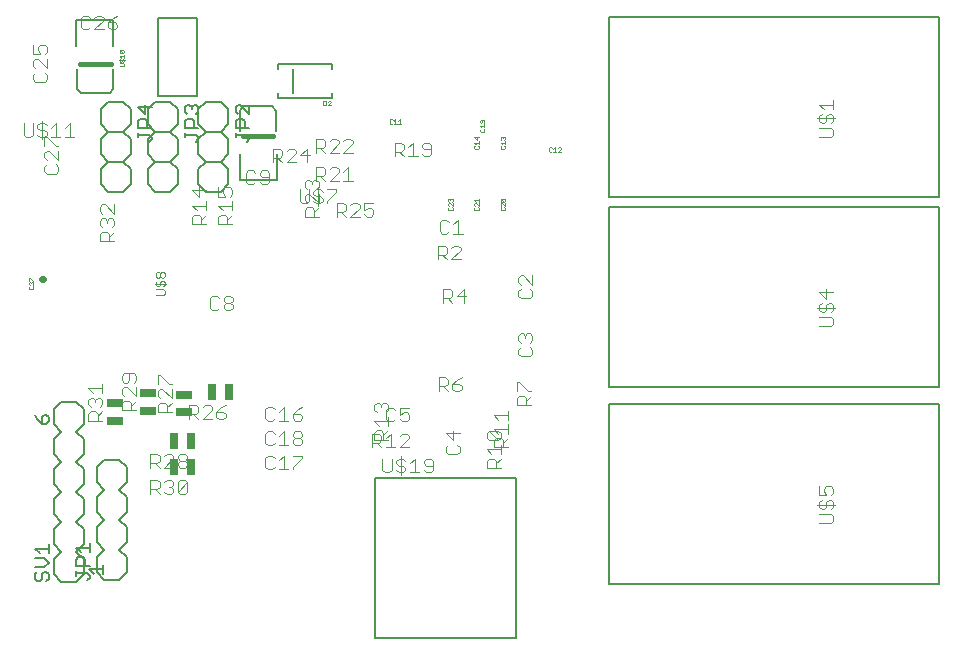
<source format=gto>
G75*
%MOIN*%
%OFA0B0*%
%FSLAX25Y25*%
%IPPOS*%
%LPD*%
%AMOC8*
5,1,8,0,0,1.08239X$1,22.5*
%
%ADD10C,0.00400*%
%ADD11C,0.00100*%
%ADD12C,0.00800*%
%ADD13C,0.01575*%
%ADD14C,0.00600*%
%ADD15C,0.00500*%
%ADD16R,0.02559X0.05512*%
%ADD17R,0.05512X0.02559*%
%ADD18C,0.00300*%
%ADD19C,0.02200*%
D10*
X0095801Y0049190D02*
X0095801Y0053794D01*
X0098103Y0053794D01*
X0098871Y0053026D01*
X0098871Y0051492D01*
X0098103Y0050724D01*
X0095801Y0050724D01*
X0097336Y0050724D02*
X0098871Y0049190D01*
X0100405Y0049957D02*
X0101173Y0049190D01*
X0102707Y0049190D01*
X0103475Y0049957D01*
X0103475Y0050724D01*
X0102707Y0051492D01*
X0101940Y0051492D01*
X0102707Y0051492D02*
X0103475Y0052259D01*
X0103475Y0053026D01*
X0102707Y0053794D01*
X0101173Y0053794D01*
X0100405Y0053026D01*
X0105009Y0053026D02*
X0105777Y0053794D01*
X0107311Y0053794D01*
X0108079Y0053026D01*
X0105009Y0049957D01*
X0105777Y0049190D01*
X0107311Y0049190D01*
X0108079Y0049957D01*
X0108079Y0053026D01*
X0105009Y0053026D02*
X0105009Y0049957D01*
X0105777Y0057940D02*
X0105009Y0058707D01*
X0105009Y0059474D01*
X0105777Y0060242D01*
X0107311Y0060242D01*
X0108079Y0059474D01*
X0108079Y0058707D01*
X0107311Y0057940D01*
X0105777Y0057940D01*
X0105777Y0060242D02*
X0105009Y0061009D01*
X0105009Y0061776D01*
X0105777Y0062544D01*
X0107311Y0062544D01*
X0108079Y0061776D01*
X0108079Y0061009D01*
X0107311Y0060242D01*
X0103475Y0061009D02*
X0100405Y0057940D01*
X0103475Y0057940D01*
X0103475Y0061009D02*
X0103475Y0061776D01*
X0102707Y0062544D01*
X0101173Y0062544D01*
X0100405Y0061776D01*
X0098871Y0061776D02*
X0098871Y0060242D01*
X0098103Y0059474D01*
X0095801Y0059474D01*
X0095801Y0057940D02*
X0095801Y0062544D01*
X0098103Y0062544D01*
X0098871Y0061776D01*
X0097336Y0059474D02*
X0098871Y0057940D01*
X0079713Y0073627D02*
X0075109Y0073627D01*
X0075109Y0075929D01*
X0075877Y0076696D01*
X0077411Y0076696D01*
X0078179Y0075929D01*
X0078179Y0073627D01*
X0078179Y0075162D02*
X0079713Y0076696D01*
X0078946Y0078231D02*
X0079713Y0078998D01*
X0079713Y0080533D01*
X0078946Y0081300D01*
X0078179Y0081300D01*
X0077411Y0080533D01*
X0077411Y0079766D01*
X0077411Y0080533D02*
X0076644Y0081300D01*
X0075877Y0081300D01*
X0075109Y0080533D01*
X0075109Y0078998D01*
X0075877Y0078231D01*
X0076644Y0082835D02*
X0075109Y0084370D01*
X0079713Y0084370D01*
X0079713Y0085904D02*
X0079713Y0082835D01*
X0086359Y0082436D02*
X0087127Y0081669D01*
X0086359Y0082436D02*
X0086359Y0083971D01*
X0087127Y0084738D01*
X0087894Y0084738D01*
X0090963Y0081669D01*
X0090963Y0084738D01*
X0090196Y0086273D02*
X0090963Y0087040D01*
X0090963Y0088574D01*
X0090196Y0089342D01*
X0087127Y0089342D01*
X0086359Y0088574D01*
X0086359Y0087040D01*
X0087127Y0086273D01*
X0087894Y0086273D01*
X0088661Y0087040D01*
X0088661Y0089342D01*
X0098234Y0088717D02*
X0098234Y0085648D01*
X0099002Y0084113D02*
X0098234Y0083346D01*
X0098234Y0081811D01*
X0099002Y0081044D01*
X0099002Y0079509D02*
X0100536Y0079509D01*
X0101304Y0078742D01*
X0101304Y0076440D01*
X0102838Y0076440D02*
X0098234Y0076440D01*
X0098234Y0078742D01*
X0099002Y0079509D01*
X0101304Y0077974D02*
X0102838Y0079509D01*
X0102838Y0081044D02*
X0099769Y0084113D01*
X0099002Y0084113D01*
X0102071Y0085648D02*
X0102838Y0085648D01*
X0102071Y0085648D02*
X0099002Y0088717D01*
X0098234Y0088717D01*
X0102838Y0084113D02*
X0102838Y0081044D01*
X0108614Y0078794D02*
X0110916Y0078794D01*
X0111683Y0078026D01*
X0111683Y0076492D01*
X0110916Y0075724D01*
X0108614Y0075724D01*
X0108614Y0074190D02*
X0108614Y0078794D01*
X0113218Y0078026D02*
X0113985Y0078794D01*
X0115520Y0078794D01*
X0116287Y0078026D01*
X0116287Y0077259D01*
X0113218Y0074190D01*
X0116287Y0074190D01*
X0117822Y0074957D02*
X0118589Y0074190D01*
X0120124Y0074190D01*
X0120891Y0074957D01*
X0120891Y0075724D01*
X0120124Y0076492D01*
X0117822Y0076492D01*
X0117822Y0074957D01*
X0117822Y0076492D02*
X0119356Y0078026D01*
X0120891Y0078794D01*
X0111683Y0074190D02*
X0110149Y0075724D01*
X0090963Y0077065D02*
X0086359Y0077065D01*
X0086359Y0079367D01*
X0087127Y0080134D01*
X0088661Y0080134D01*
X0089429Y0079367D01*
X0089429Y0077065D01*
X0089429Y0078599D02*
X0090963Y0080134D01*
X0134114Y0077401D02*
X0134114Y0074332D01*
X0134881Y0073565D01*
X0136416Y0073565D01*
X0137183Y0074332D01*
X0138718Y0073565D02*
X0141787Y0073565D01*
X0140252Y0073565D02*
X0140252Y0078169D01*
X0138718Y0076634D01*
X0137183Y0077401D02*
X0136416Y0078169D01*
X0134881Y0078169D01*
X0134114Y0077401D01*
X0134881Y0070044D02*
X0134114Y0069276D01*
X0134114Y0066207D01*
X0134881Y0065440D01*
X0136416Y0065440D01*
X0137183Y0066207D01*
X0138718Y0065440D02*
X0141787Y0065440D01*
X0140252Y0065440D02*
X0140252Y0070044D01*
X0138718Y0068509D01*
X0137183Y0069276D02*
X0136416Y0070044D01*
X0134881Y0070044D01*
X0143322Y0069276D02*
X0143322Y0068509D01*
X0144089Y0067742D01*
X0145624Y0067742D01*
X0146391Y0066974D01*
X0146391Y0066207D01*
X0145624Y0065440D01*
X0144089Y0065440D01*
X0143322Y0066207D01*
X0143322Y0066974D01*
X0144089Y0067742D01*
X0145624Y0067742D02*
X0146391Y0068509D01*
X0146391Y0069276D01*
X0145624Y0070044D01*
X0144089Y0070044D01*
X0143322Y0069276D01*
X0144089Y0073565D02*
X0145624Y0073565D01*
X0146391Y0074332D01*
X0146391Y0075099D01*
X0145624Y0075867D01*
X0143322Y0075867D01*
X0143322Y0074332D01*
X0144089Y0073565D01*
X0143322Y0075867D02*
X0144856Y0077401D01*
X0146391Y0078169D01*
X0170422Y0078763D02*
X0170422Y0077228D01*
X0171189Y0076461D01*
X0172724Y0077995D02*
X0172724Y0078763D01*
X0173491Y0079530D01*
X0174258Y0079530D01*
X0175026Y0078763D01*
X0175026Y0077228D01*
X0174258Y0076461D01*
X0174343Y0077151D02*
X0174343Y0074082D01*
X0175110Y0073315D01*
X0176645Y0073315D01*
X0177412Y0074082D01*
X0178947Y0074082D02*
X0179714Y0073315D01*
X0181249Y0073315D01*
X0182016Y0074082D01*
X0182016Y0075617D01*
X0181249Y0076384D01*
X0180481Y0076384D01*
X0178947Y0075617D01*
X0178947Y0077919D01*
X0182016Y0077919D01*
X0177412Y0077151D02*
X0176645Y0077919D01*
X0175110Y0077919D01*
X0174343Y0077151D01*
X0172724Y0078763D02*
X0171956Y0079530D01*
X0171189Y0079530D01*
X0170422Y0078763D01*
X0175026Y0074926D02*
X0175026Y0071857D01*
X0175026Y0073391D02*
X0170422Y0073391D01*
X0171956Y0071857D01*
X0171189Y0070322D02*
X0172724Y0070322D01*
X0173491Y0069555D01*
X0173491Y0067253D01*
X0172808Y0066992D02*
X0172808Y0068526D01*
X0172041Y0069294D01*
X0169739Y0069294D01*
X0169739Y0064690D01*
X0169739Y0066224D02*
X0172041Y0066224D01*
X0172808Y0066992D01*
X0174343Y0067759D02*
X0175877Y0069294D01*
X0175877Y0064690D01*
X0174343Y0064690D02*
X0177412Y0064690D01*
X0178947Y0064690D02*
X0182016Y0067759D01*
X0182016Y0068526D01*
X0181249Y0069294D01*
X0179714Y0069294D01*
X0178947Y0068526D01*
X0175026Y0067253D02*
X0170422Y0067253D01*
X0170422Y0069555D01*
X0171189Y0070322D01*
X0173491Y0068788D02*
X0175026Y0070322D01*
X0171274Y0066224D02*
X0172808Y0064690D01*
X0173134Y0060936D02*
X0173134Y0057099D01*
X0173901Y0056332D01*
X0175436Y0056332D01*
X0176203Y0057099D01*
X0176203Y0060936D01*
X0177738Y0060168D02*
X0178505Y0060936D01*
X0180040Y0060936D01*
X0180807Y0060168D01*
X0180040Y0058634D02*
X0178505Y0058634D01*
X0177738Y0059401D01*
X0177738Y0060168D01*
X0179272Y0061703D02*
X0179272Y0055565D01*
X0178505Y0056332D02*
X0180040Y0056332D01*
X0180807Y0057099D01*
X0180807Y0057867D01*
X0180040Y0058634D01*
X0182342Y0059401D02*
X0183876Y0060936D01*
X0183876Y0056332D01*
X0182342Y0056332D02*
X0185411Y0056332D01*
X0186946Y0057099D02*
X0187713Y0056332D01*
X0189248Y0056332D01*
X0190015Y0057099D01*
X0190015Y0060168D01*
X0189248Y0060936D01*
X0187713Y0060936D01*
X0186946Y0060168D01*
X0186946Y0059401D01*
X0187713Y0058634D01*
X0190015Y0058634D01*
X0194297Y0063249D02*
X0195064Y0062482D01*
X0198133Y0062482D01*
X0198901Y0063249D01*
X0198901Y0064784D01*
X0198133Y0065551D01*
X0196599Y0067086D02*
X0196599Y0070155D01*
X0198901Y0069388D02*
X0194297Y0069388D01*
X0196599Y0067086D01*
X0195064Y0065551D02*
X0194297Y0064784D01*
X0194297Y0063249D01*
X0182016Y0064690D02*
X0178947Y0064690D01*
X0177738Y0057099D02*
X0178505Y0056332D01*
X0207922Y0057878D02*
X0207922Y0060180D01*
X0208689Y0060947D01*
X0210224Y0060947D01*
X0210991Y0060180D01*
X0210991Y0057878D01*
X0210991Y0059412D02*
X0212526Y0060947D01*
X0212526Y0062482D02*
X0212526Y0065551D01*
X0213366Y0066224D02*
X0214901Y0067759D01*
X0214901Y0069294D02*
X0214901Y0072363D01*
X0214901Y0073898D02*
X0214901Y0076967D01*
X0214901Y0075432D02*
X0210297Y0075432D01*
X0211831Y0073898D01*
X0210297Y0070828D02*
X0214901Y0070828D01*
X0212526Y0069388D02*
X0212526Y0067853D01*
X0211758Y0067086D01*
X0208689Y0070155D01*
X0211758Y0070155D01*
X0212526Y0069388D01*
X0211831Y0069294D02*
X0210297Y0070828D01*
X0208689Y0070155D02*
X0207922Y0069388D01*
X0207922Y0067853D01*
X0208689Y0067086D01*
X0211758Y0067086D01*
X0211064Y0067759D02*
X0210297Y0066992D01*
X0210297Y0064690D01*
X0214901Y0064690D01*
X0213366Y0064690D02*
X0213366Y0066992D01*
X0212599Y0067759D01*
X0211064Y0067759D01*
X0212526Y0064016D02*
X0207922Y0064016D01*
X0209456Y0062482D01*
X0207922Y0057878D02*
X0212526Y0057878D01*
X0217922Y0078732D02*
X0217922Y0081034D01*
X0218689Y0081801D01*
X0220224Y0081801D01*
X0220991Y0081034D01*
X0220991Y0078732D01*
X0220991Y0080266D02*
X0222526Y0081801D01*
X0222526Y0083336D02*
X0221758Y0083336D01*
X0218689Y0086405D01*
X0217922Y0086405D01*
X0217922Y0083336D01*
X0217922Y0078732D02*
X0222526Y0078732D01*
X0199516Y0084207D02*
X0199516Y0084974D01*
X0198749Y0085742D01*
X0196447Y0085742D01*
X0196447Y0084207D01*
X0197214Y0083440D01*
X0198749Y0083440D01*
X0199516Y0084207D01*
X0197981Y0087276D02*
X0196447Y0085742D01*
X0194912Y0085742D02*
X0194145Y0084974D01*
X0191843Y0084974D01*
X0191843Y0083440D02*
X0191843Y0088044D01*
X0194145Y0088044D01*
X0194912Y0087276D01*
X0194912Y0085742D01*
X0193377Y0084974D02*
X0194912Y0083440D01*
X0197981Y0087276D02*
X0199516Y0088044D01*
X0218422Y0095749D02*
X0219189Y0094982D01*
X0222258Y0094982D01*
X0223026Y0095749D01*
X0223026Y0097284D01*
X0222258Y0098051D01*
X0222258Y0099586D02*
X0223026Y0100353D01*
X0223026Y0101888D01*
X0222258Y0102655D01*
X0221491Y0102655D01*
X0220724Y0101888D01*
X0220724Y0101120D01*
X0220724Y0101888D02*
X0219956Y0102655D01*
X0219189Y0102655D01*
X0218422Y0101888D01*
X0218422Y0100353D01*
X0219189Y0099586D01*
X0219189Y0098051D02*
X0218422Y0097284D01*
X0218422Y0095749D01*
X0200332Y0112940D02*
X0200332Y0117544D01*
X0198030Y0115242D01*
X0201099Y0115242D01*
X0196495Y0115242D02*
X0196495Y0116776D01*
X0195728Y0117544D01*
X0193426Y0117544D01*
X0193426Y0112940D01*
X0193426Y0114474D02*
X0195728Y0114474D01*
X0196495Y0115242D01*
X0194960Y0114474D02*
X0196495Y0112940D01*
X0218422Y0115124D02*
X0219189Y0114357D01*
X0222258Y0114357D01*
X0223026Y0115124D01*
X0223026Y0116659D01*
X0222258Y0117426D01*
X0223026Y0118961D02*
X0219956Y0122030D01*
X0219189Y0122030D01*
X0218422Y0121263D01*
X0218422Y0119728D01*
X0219189Y0118961D01*
X0219189Y0117426D02*
X0218422Y0116659D01*
X0218422Y0115124D01*
X0223026Y0118961D02*
X0223026Y0122030D01*
X0199224Y0127315D02*
X0196155Y0127315D01*
X0199224Y0130384D01*
X0199224Y0131151D01*
X0198457Y0131919D01*
X0196922Y0131919D01*
X0196155Y0131151D01*
X0194620Y0131151D02*
X0194620Y0129617D01*
X0193853Y0128849D01*
X0191551Y0128849D01*
X0193085Y0128849D02*
X0194620Y0127315D01*
X0191551Y0127315D02*
X0191551Y0131919D01*
X0193853Y0131919D01*
X0194620Y0131151D01*
X0194478Y0135940D02*
X0195245Y0136707D01*
X0194478Y0135940D02*
X0192943Y0135940D01*
X0192176Y0136707D01*
X0192176Y0139776D01*
X0192943Y0140544D01*
X0194478Y0140544D01*
X0195245Y0139776D01*
X0196780Y0139009D02*
X0198314Y0140544D01*
X0198314Y0135940D01*
X0196780Y0135940D02*
X0199849Y0135940D01*
X0170141Y0142332D02*
X0169374Y0141565D01*
X0167839Y0141565D01*
X0167072Y0142332D01*
X0167072Y0143867D02*
X0168606Y0144634D01*
X0169374Y0144634D01*
X0170141Y0143867D01*
X0170141Y0142332D01*
X0167072Y0143867D02*
X0167072Y0146169D01*
X0170141Y0146169D01*
X0165537Y0145401D02*
X0164770Y0146169D01*
X0163235Y0146169D01*
X0162468Y0145401D01*
X0160933Y0145401D02*
X0160933Y0143867D01*
X0160166Y0143099D01*
X0157864Y0143099D01*
X0157864Y0141565D02*
X0157864Y0146169D01*
X0160166Y0146169D01*
X0160933Y0145401D01*
X0159399Y0143099D02*
X0160933Y0141565D01*
X0162468Y0141565D02*
X0165537Y0144634D01*
X0165537Y0145401D01*
X0165537Y0141565D02*
X0162468Y0141565D01*
X0154716Y0146039D02*
X0154716Y0146806D01*
X0157785Y0149876D01*
X0157785Y0150643D01*
X0154716Y0150643D01*
X0153182Y0149876D02*
X0152414Y0150643D01*
X0150880Y0150643D01*
X0150112Y0149876D01*
X0150112Y0149108D01*
X0150880Y0148341D01*
X0152414Y0148341D01*
X0153182Y0147574D01*
X0153182Y0146806D01*
X0152414Y0146039D01*
X0150880Y0146039D01*
X0150112Y0146806D01*
X0148578Y0146806D02*
X0148578Y0150643D01*
X0148064Y0150836D02*
X0147297Y0151603D01*
X0147297Y0153138D01*
X0148064Y0153905D01*
X0148831Y0153905D01*
X0149599Y0153138D01*
X0150366Y0153905D01*
X0151133Y0153905D01*
X0151901Y0153138D01*
X0151901Y0151603D01*
X0151133Y0150836D01*
X0151647Y0151410D02*
X0151647Y0145272D01*
X0151901Y0144697D02*
X0150366Y0143163D01*
X0150366Y0143930D02*
X0150366Y0141628D01*
X0151901Y0141628D02*
X0147297Y0141628D01*
X0147297Y0143930D01*
X0148064Y0144697D01*
X0149599Y0144697D01*
X0150366Y0143930D01*
X0147810Y0146039D02*
X0148578Y0146806D01*
X0148064Y0146232D02*
X0147297Y0146999D01*
X0147297Y0148534D01*
X0148064Y0149301D01*
X0148831Y0149301D01*
X0151901Y0146232D01*
X0151901Y0149301D01*
X0149599Y0152370D02*
X0149599Y0153138D01*
X0150926Y0153565D02*
X0150926Y0158169D01*
X0153228Y0158169D01*
X0153995Y0157401D01*
X0153995Y0155867D01*
X0153228Y0155099D01*
X0150926Y0155099D01*
X0152460Y0155099D02*
X0153995Y0153565D01*
X0155530Y0153565D02*
X0158599Y0156634D01*
X0158599Y0157401D01*
X0157832Y0158169D01*
X0156297Y0158169D01*
X0155530Y0157401D01*
X0160134Y0156634D02*
X0161668Y0158169D01*
X0161668Y0153565D01*
X0160134Y0153565D02*
X0163203Y0153565D01*
X0158599Y0153565D02*
X0155530Y0153565D01*
X0148124Y0159690D02*
X0148124Y0164294D01*
X0145822Y0161992D01*
X0148891Y0161992D01*
X0150926Y0162940D02*
X0150926Y0167544D01*
X0153228Y0167544D01*
X0153995Y0166776D01*
X0153995Y0165242D01*
X0153228Y0164474D01*
X0150926Y0164474D01*
X0152460Y0164474D02*
X0153995Y0162940D01*
X0155530Y0162940D02*
X0158599Y0166009D01*
X0158599Y0166776D01*
X0157832Y0167544D01*
X0156297Y0167544D01*
X0155530Y0166776D01*
X0160134Y0166776D02*
X0160901Y0167544D01*
X0162435Y0167544D01*
X0163203Y0166776D01*
X0163203Y0166009D01*
X0160134Y0162940D01*
X0163203Y0162940D01*
X0158599Y0162940D02*
X0155530Y0162940D01*
X0144287Y0162759D02*
X0144287Y0163526D01*
X0143520Y0164294D01*
X0141985Y0164294D01*
X0141218Y0163526D01*
X0139683Y0163526D02*
X0139683Y0161992D01*
X0138916Y0161224D01*
X0136614Y0161224D01*
X0136614Y0159690D02*
X0136614Y0164294D01*
X0138916Y0164294D01*
X0139683Y0163526D01*
X0138149Y0161224D02*
X0139683Y0159690D01*
X0141218Y0159690D02*
X0144287Y0162759D01*
X0144287Y0159690D02*
X0141218Y0159690D01*
X0135391Y0156214D02*
X0134624Y0156982D01*
X0133089Y0156982D01*
X0132322Y0156214D01*
X0132322Y0155447D01*
X0133089Y0154680D01*
X0135391Y0154680D01*
X0135391Y0156214D02*
X0135391Y0153145D01*
X0134624Y0152378D01*
X0133089Y0152378D01*
X0132322Y0153145D01*
X0130787Y0153145D02*
X0130020Y0152378D01*
X0128485Y0152378D01*
X0127718Y0153145D01*
X0127718Y0156214D01*
X0128485Y0156982D01*
X0130020Y0156982D01*
X0130787Y0156214D01*
X0123026Y0150574D02*
X0123026Y0149040D01*
X0122258Y0148273D01*
X0120724Y0148273D02*
X0119956Y0149807D01*
X0119956Y0150574D01*
X0120724Y0151342D01*
X0122258Y0151342D01*
X0123026Y0150574D01*
X0120724Y0148273D02*
X0118422Y0148273D01*
X0118422Y0151342D01*
X0114276Y0150574D02*
X0109672Y0150574D01*
X0111974Y0148273D01*
X0111974Y0151342D01*
X0114276Y0146738D02*
X0114276Y0143669D01*
X0114276Y0145203D02*
X0109672Y0145203D01*
X0111206Y0143669D01*
X0110439Y0142134D02*
X0111974Y0142134D01*
X0112741Y0141367D01*
X0112741Y0139065D01*
X0112741Y0140599D02*
X0114276Y0142134D01*
X0110439Y0142134D02*
X0109672Y0141367D01*
X0109672Y0139065D01*
X0114276Y0139065D01*
X0118422Y0139065D02*
X0118422Y0141367D01*
X0119189Y0142134D01*
X0120724Y0142134D01*
X0121491Y0141367D01*
X0121491Y0139065D01*
X0121491Y0140599D02*
X0123026Y0142134D01*
X0123026Y0143669D02*
X0123026Y0146738D01*
X0123026Y0145203D02*
X0118422Y0145203D01*
X0119956Y0143669D01*
X0118422Y0139065D02*
X0123026Y0139065D01*
X0145508Y0146806D02*
X0145508Y0150643D01*
X0145508Y0146806D02*
X0146276Y0146039D01*
X0147810Y0146039D01*
X0177176Y0161690D02*
X0177176Y0166294D01*
X0179478Y0166294D01*
X0180245Y0165526D01*
X0180245Y0163992D01*
X0179478Y0163224D01*
X0177176Y0163224D01*
X0178710Y0163224D02*
X0180245Y0161690D01*
X0181780Y0161690D02*
X0184849Y0161690D01*
X0183314Y0161690D02*
X0183314Y0166294D01*
X0181780Y0164759D01*
X0186384Y0164759D02*
X0186384Y0165526D01*
X0187151Y0166294D01*
X0188685Y0166294D01*
X0189453Y0165526D01*
X0189453Y0162457D01*
X0188685Y0161690D01*
X0187151Y0161690D01*
X0186384Y0162457D01*
X0187151Y0163992D02*
X0189453Y0163992D01*
X0187151Y0163992D02*
X0186384Y0164759D01*
X0123266Y0114339D02*
X0122499Y0115106D01*
X0120964Y0115106D01*
X0120197Y0114339D01*
X0120197Y0113571D01*
X0120964Y0112804D01*
X0122499Y0112804D01*
X0123266Y0112037D01*
X0123266Y0111269D01*
X0122499Y0110502D01*
X0120964Y0110502D01*
X0120197Y0111269D01*
X0120197Y0112037D01*
X0120964Y0112804D01*
X0122499Y0112804D02*
X0123266Y0113571D01*
X0123266Y0114339D01*
X0118662Y0114339D02*
X0117895Y0115106D01*
X0116360Y0115106D01*
X0115593Y0114339D01*
X0115593Y0111269D01*
X0116360Y0110502D01*
X0117895Y0110502D01*
X0118662Y0111269D01*
X0083651Y0133378D02*
X0079047Y0133378D01*
X0079047Y0135680D01*
X0079814Y0136447D01*
X0081349Y0136447D01*
X0082116Y0135680D01*
X0082116Y0133378D01*
X0082116Y0134913D02*
X0083651Y0136447D01*
X0082883Y0137982D02*
X0083651Y0138749D01*
X0083651Y0140284D01*
X0082883Y0141051D01*
X0082116Y0141051D01*
X0081349Y0140284D01*
X0081349Y0139516D01*
X0081349Y0140284D02*
X0080581Y0141051D01*
X0079814Y0141051D01*
X0079047Y0140284D01*
X0079047Y0138749D01*
X0079814Y0137982D01*
X0079814Y0142586D02*
X0079047Y0143353D01*
X0079047Y0144888D01*
X0079814Y0145655D01*
X0080581Y0145655D01*
X0083651Y0142586D01*
X0083651Y0145655D01*
X0065026Y0156707D02*
X0064258Y0155940D01*
X0061189Y0155940D01*
X0060422Y0156707D01*
X0060422Y0158242D01*
X0061189Y0159009D01*
X0061189Y0160544D02*
X0060422Y0161311D01*
X0060422Y0162846D01*
X0061189Y0163613D01*
X0061956Y0163613D01*
X0065026Y0160544D01*
X0065026Y0163613D01*
X0065026Y0165148D02*
X0064258Y0165148D01*
X0061189Y0168217D01*
X0060422Y0168217D01*
X0060422Y0165148D01*
X0059648Y0167422D02*
X0059648Y0173561D01*
X0058881Y0172794D02*
X0060416Y0172794D01*
X0061183Y0172026D01*
X0060416Y0170492D02*
X0058881Y0170492D01*
X0058114Y0171259D01*
X0058114Y0172026D01*
X0058881Y0172794D01*
X0056579Y0172794D02*
X0056579Y0168957D01*
X0055812Y0168190D01*
X0054277Y0168190D01*
X0053510Y0168957D01*
X0053510Y0172794D01*
X0058114Y0168957D02*
X0058881Y0168190D01*
X0060416Y0168190D01*
X0061183Y0168957D01*
X0061183Y0169724D01*
X0060416Y0170492D01*
X0062718Y0171259D02*
X0064252Y0172794D01*
X0064252Y0168190D01*
X0062718Y0168190D02*
X0065787Y0168190D01*
X0067322Y0168190D02*
X0070391Y0168190D01*
X0068856Y0168190D02*
X0068856Y0172794D01*
X0067322Y0171259D01*
X0064258Y0159009D02*
X0065026Y0158242D01*
X0065026Y0156707D01*
X0060508Y0186565D02*
X0057439Y0186565D01*
X0056672Y0187332D01*
X0056672Y0188867D01*
X0057439Y0189634D01*
X0057439Y0191169D02*
X0056672Y0191936D01*
X0056672Y0193471D01*
X0057439Y0194238D01*
X0058206Y0194238D01*
X0061276Y0191169D01*
X0061276Y0194238D01*
X0060508Y0195773D02*
X0061276Y0196540D01*
X0061276Y0198074D01*
X0060508Y0198842D01*
X0058974Y0198842D01*
X0058206Y0198074D01*
X0058206Y0197307D01*
X0058974Y0195773D01*
X0056672Y0195773D01*
X0056672Y0198842D01*
X0060508Y0189634D02*
X0061276Y0188867D01*
X0061276Y0187332D01*
X0060508Y0186565D01*
X0073318Y0204002D02*
X0072551Y0204769D01*
X0072551Y0207838D01*
X0073318Y0208606D01*
X0074853Y0208606D01*
X0075620Y0207838D01*
X0077155Y0207838D02*
X0077922Y0208606D01*
X0079457Y0208606D01*
X0080224Y0207838D01*
X0080224Y0207071D01*
X0077155Y0204002D01*
X0080224Y0204002D01*
X0081759Y0204769D02*
X0081759Y0206304D01*
X0084060Y0206304D01*
X0084828Y0205536D01*
X0084828Y0204769D01*
X0084060Y0204002D01*
X0082526Y0204002D01*
X0081759Y0204769D01*
X0081759Y0206304D02*
X0083293Y0207838D01*
X0084828Y0208606D01*
X0075620Y0204769D02*
X0074853Y0204002D01*
X0073318Y0204002D01*
X0318029Y0174328D02*
X0324168Y0174328D01*
X0323401Y0173561D02*
X0323401Y0175096D01*
X0322633Y0175863D01*
X0321866Y0175863D01*
X0321099Y0175096D01*
X0321099Y0173561D01*
X0320331Y0172794D01*
X0319564Y0172794D01*
X0318797Y0173561D01*
X0318797Y0175096D01*
X0319564Y0175863D01*
X0320331Y0177398D02*
X0318797Y0178932D01*
X0323401Y0178932D01*
X0323401Y0177398D02*
X0323401Y0180467D01*
X0323401Y0173561D02*
X0322633Y0172794D01*
X0322633Y0171259D02*
X0318797Y0171259D01*
X0318797Y0168190D02*
X0322633Y0168190D01*
X0323401Y0168957D01*
X0323401Y0170492D01*
X0322633Y0171259D01*
X0321099Y0117342D02*
X0321099Y0114273D01*
X0318797Y0116574D01*
X0323401Y0116574D01*
X0322633Y0112738D02*
X0321866Y0112738D01*
X0321099Y0111971D01*
X0321099Y0110436D01*
X0320331Y0109669D01*
X0319564Y0109669D01*
X0318797Y0110436D01*
X0318797Y0111971D01*
X0319564Y0112738D01*
X0318029Y0111203D02*
X0324168Y0111203D01*
X0323401Y0110436D02*
X0322633Y0109669D01*
X0323401Y0110436D02*
X0323401Y0111971D01*
X0322633Y0112738D01*
X0322633Y0108134D02*
X0318797Y0108134D01*
X0322633Y0108134D02*
X0323401Y0107367D01*
X0323401Y0105832D01*
X0322633Y0105065D01*
X0318797Y0105065D01*
X0318797Y0051717D02*
X0318797Y0048648D01*
X0321099Y0048648D01*
X0320331Y0050182D01*
X0320331Y0050949D01*
X0321099Y0051717D01*
X0322633Y0051717D01*
X0323401Y0050949D01*
X0323401Y0049415D01*
X0322633Y0048648D01*
X0322633Y0047113D02*
X0321866Y0047113D01*
X0321099Y0046346D01*
X0321099Y0044811D01*
X0320331Y0044044D01*
X0319564Y0044044D01*
X0318797Y0044811D01*
X0318797Y0046346D01*
X0319564Y0047113D01*
X0318029Y0045578D02*
X0324168Y0045578D01*
X0323401Y0044811D02*
X0322633Y0044044D01*
X0323401Y0044811D02*
X0323401Y0046346D01*
X0322633Y0047113D01*
X0322633Y0042509D02*
X0318797Y0042509D01*
X0322633Y0042509D02*
X0323401Y0041742D01*
X0323401Y0040207D01*
X0322633Y0039440D01*
X0318797Y0039440D01*
X0146391Y0061151D02*
X0143322Y0058082D01*
X0143322Y0057315D01*
X0141787Y0057315D02*
X0138718Y0057315D01*
X0140252Y0057315D02*
X0140252Y0061919D01*
X0138718Y0060384D01*
X0137183Y0061151D02*
X0136416Y0061919D01*
X0134881Y0061919D01*
X0134114Y0061151D01*
X0134114Y0058082D01*
X0134881Y0057315D01*
X0136416Y0057315D01*
X0137183Y0058082D01*
X0143322Y0061919D02*
X0146391Y0061919D01*
X0146391Y0061151D01*
D11*
X0056801Y0117602D02*
X0056801Y0118103D01*
X0056550Y0118353D01*
X0056550Y0118825D02*
X0056801Y0119076D01*
X0056801Y0119576D01*
X0056550Y0119826D01*
X0056300Y0119826D01*
X0056050Y0119576D01*
X0056050Y0119326D01*
X0056050Y0119576D02*
X0055800Y0119826D01*
X0055550Y0119826D01*
X0055299Y0119576D01*
X0055299Y0119076D01*
X0055550Y0118825D01*
X0055550Y0118353D02*
X0055299Y0118103D01*
X0055299Y0117602D01*
X0055550Y0117352D01*
X0056550Y0117352D01*
X0056801Y0117602D01*
X0056801Y0120299D02*
X0056550Y0120299D01*
X0055550Y0121300D01*
X0055299Y0121300D01*
X0055299Y0120299D01*
X0153454Y0178690D02*
X0154205Y0178690D01*
X0154455Y0178940D01*
X0154455Y0179941D01*
X0154205Y0180191D01*
X0153454Y0180191D01*
X0153454Y0178690D01*
X0154927Y0178690D02*
X0155928Y0179691D01*
X0155928Y0179941D01*
X0155678Y0180191D01*
X0155178Y0180191D01*
X0154927Y0179941D01*
X0154927Y0178690D02*
X0155928Y0178690D01*
X0175526Y0173791D02*
X0175526Y0172790D01*
X0175776Y0172540D01*
X0176276Y0172540D01*
X0176527Y0172790D01*
X0176999Y0172540D02*
X0178000Y0172540D01*
X0178472Y0172540D02*
X0179473Y0172540D01*
X0178973Y0172540D02*
X0178973Y0174041D01*
X0178472Y0173541D01*
X0177499Y0174041D02*
X0177499Y0172540D01*
X0176999Y0173541D02*
X0177499Y0174041D01*
X0176527Y0173791D02*
X0176276Y0174041D01*
X0175776Y0174041D01*
X0175526Y0173791D01*
X0203799Y0167987D02*
X0204550Y0167236D01*
X0204550Y0168237D01*
X0205301Y0167987D02*
X0203799Y0167987D01*
X0203799Y0166263D02*
X0205301Y0166263D01*
X0205301Y0165763D02*
X0205301Y0166764D01*
X0204300Y0165763D02*
X0203799Y0166263D01*
X0204050Y0165291D02*
X0203799Y0165040D01*
X0203799Y0164540D01*
X0204050Y0164290D01*
X0205050Y0164290D01*
X0205301Y0164540D01*
X0205301Y0165040D01*
X0205050Y0165291D01*
X0205900Y0169870D02*
X0206900Y0169870D01*
X0207151Y0170120D01*
X0207151Y0170621D01*
X0206900Y0170871D01*
X0207151Y0171343D02*
X0207151Y0172344D01*
X0207151Y0171844D02*
X0205649Y0171844D01*
X0206150Y0171343D01*
X0205900Y0170871D02*
X0205649Y0170621D01*
X0205649Y0170120D01*
X0205900Y0169870D01*
X0205900Y0172816D02*
X0206150Y0172816D01*
X0206400Y0173067D01*
X0206400Y0173817D01*
X0205900Y0173817D02*
X0205649Y0173567D01*
X0205649Y0173067D01*
X0205900Y0172816D01*
X0206900Y0172816D02*
X0207151Y0173067D01*
X0207151Y0173567D01*
X0206900Y0173817D01*
X0205900Y0173817D01*
X0212549Y0167987D02*
X0212800Y0168237D01*
X0213050Y0168237D01*
X0213300Y0167987D01*
X0213550Y0168237D01*
X0213800Y0168237D01*
X0214051Y0167987D01*
X0214051Y0167486D01*
X0213800Y0167236D01*
X0214051Y0166764D02*
X0214051Y0165763D01*
X0214051Y0166263D02*
X0212549Y0166263D01*
X0213050Y0165763D01*
X0212800Y0165291D02*
X0212549Y0165040D01*
X0212549Y0164540D01*
X0212800Y0164290D01*
X0213800Y0164290D01*
X0214051Y0164540D01*
X0214051Y0165040D01*
X0213800Y0165291D01*
X0212800Y0167236D02*
X0212549Y0167486D01*
X0212549Y0167987D01*
X0213300Y0167987D02*
X0213300Y0167737D01*
X0228651Y0164416D02*
X0228651Y0163415D01*
X0228901Y0163165D01*
X0229401Y0163165D01*
X0229652Y0163415D01*
X0230124Y0163165D02*
X0231125Y0163165D01*
X0231597Y0163165D02*
X0232598Y0164166D01*
X0232598Y0164416D01*
X0232348Y0164666D01*
X0231847Y0164666D01*
X0231597Y0164416D01*
X0230624Y0164666D02*
X0230624Y0163165D01*
X0231597Y0163165D02*
X0232598Y0163165D01*
X0230624Y0164666D02*
X0230124Y0164166D01*
X0229652Y0164416D02*
X0229401Y0164666D01*
X0228901Y0164666D01*
X0228651Y0164416D01*
X0213800Y0147612D02*
X0214051Y0147362D01*
X0214051Y0146861D01*
X0213800Y0146611D01*
X0212800Y0147612D01*
X0213800Y0147612D01*
X0212800Y0147612D02*
X0212549Y0147362D01*
X0212549Y0146861D01*
X0212800Y0146611D01*
X0213800Y0146611D01*
X0214051Y0146139D02*
X0214051Y0145138D01*
X0213050Y0146139D01*
X0212800Y0146139D01*
X0212549Y0145889D01*
X0212549Y0145388D01*
X0212800Y0145138D01*
X0212800Y0144666D02*
X0212549Y0144415D01*
X0212549Y0143915D01*
X0212800Y0143665D01*
X0213800Y0143665D01*
X0214051Y0143915D01*
X0214051Y0144415D01*
X0213800Y0144666D01*
X0205301Y0144415D02*
X0205301Y0143915D01*
X0205050Y0143665D01*
X0204050Y0143665D01*
X0203799Y0143915D01*
X0203799Y0144415D01*
X0204050Y0144666D01*
X0204050Y0145138D02*
X0203799Y0145388D01*
X0203799Y0145889D01*
X0204050Y0146139D01*
X0204300Y0146139D01*
X0205301Y0145138D01*
X0205301Y0146139D01*
X0205301Y0146611D02*
X0205301Y0147612D01*
X0205301Y0147112D02*
X0203799Y0147112D01*
X0204300Y0146611D01*
X0205050Y0144666D02*
X0205301Y0144415D01*
X0196551Y0144415D02*
X0196551Y0143915D01*
X0196300Y0143665D01*
X0195300Y0143665D01*
X0195049Y0143915D01*
X0195049Y0144415D01*
X0195300Y0144666D01*
X0195300Y0145138D02*
X0195049Y0145388D01*
X0195049Y0145889D01*
X0195300Y0146139D01*
X0195550Y0146139D01*
X0196551Y0145138D01*
X0196551Y0146139D01*
X0196300Y0146611D02*
X0196551Y0146861D01*
X0196551Y0147362D01*
X0196300Y0147612D01*
X0196050Y0147612D01*
X0195800Y0147362D01*
X0195800Y0147112D01*
X0195800Y0147362D02*
X0195550Y0147612D01*
X0195300Y0147612D01*
X0195049Y0147362D01*
X0195049Y0146861D01*
X0195300Y0146611D01*
X0196300Y0144666D02*
X0196551Y0144415D01*
X0087051Y0191915D02*
X0087051Y0192415D01*
X0086800Y0192666D01*
X0085549Y0192666D01*
X0085800Y0193138D02*
X0085549Y0193388D01*
X0085549Y0193889D01*
X0085800Y0194139D01*
X0086050Y0194611D02*
X0085549Y0195112D01*
X0087051Y0195112D01*
X0087051Y0195612D02*
X0087051Y0194611D01*
X0086800Y0194139D02*
X0086550Y0194139D01*
X0086300Y0193889D01*
X0086300Y0193388D01*
X0086050Y0193138D01*
X0085800Y0193138D01*
X0085299Y0193638D02*
X0087301Y0193638D01*
X0087051Y0193388D02*
X0087051Y0193889D01*
X0086800Y0194139D01*
X0087051Y0193388D02*
X0086800Y0193138D01*
X0087051Y0191915D02*
X0086800Y0191665D01*
X0085549Y0191665D01*
X0085800Y0196084D02*
X0085549Y0196335D01*
X0085549Y0196835D01*
X0085800Y0197085D01*
X0086800Y0196084D01*
X0087051Y0196335D01*
X0087051Y0196835D01*
X0086800Y0197085D01*
X0085800Y0197085D01*
X0085800Y0196084D02*
X0086800Y0196084D01*
D12*
X0083453Y0198408D02*
X0083453Y0207069D01*
X0071051Y0207069D01*
X0071051Y0198408D01*
X0071248Y0190928D02*
X0071248Y0184235D01*
X0072626Y0182660D01*
X0082272Y0182660D01*
X0083453Y0184235D01*
X0083453Y0190928D01*
X0098351Y0181965D02*
X0098351Y0207765D01*
X0111351Y0207765D01*
X0111351Y0181965D01*
X0098351Y0181965D01*
X0125623Y0176745D02*
X0125623Y0170052D01*
X0125623Y0176745D02*
X0126804Y0178319D01*
X0136450Y0178319D01*
X0137828Y0176745D01*
X0137828Y0170052D01*
X0138025Y0162571D02*
X0138025Y0153910D01*
X0125623Y0153910D01*
X0125623Y0162571D01*
X0138296Y0181031D02*
X0138296Y0182803D01*
X0138296Y0181031D02*
X0156406Y0181031D01*
X0156406Y0182803D01*
X0143414Y0182803D02*
X0143414Y0190677D01*
X0138296Y0190677D02*
X0138296Y0192448D01*
X0156406Y0192448D01*
X0156406Y0190677D01*
X0085476Y0060490D02*
X0080476Y0060490D01*
X0077976Y0057990D01*
X0077976Y0052990D01*
X0080476Y0050490D01*
X0077976Y0047990D01*
X0077976Y0042990D01*
X0080476Y0040490D01*
X0077976Y0037990D01*
X0077976Y0032990D01*
X0080476Y0030490D01*
X0077976Y0027990D01*
X0077976Y0022990D01*
X0080476Y0020490D01*
X0085476Y0020490D01*
X0087976Y0022990D01*
X0087976Y0027990D01*
X0085476Y0030490D01*
X0087976Y0032990D01*
X0087976Y0037990D01*
X0085476Y0040490D01*
X0087976Y0042990D01*
X0087976Y0047990D01*
X0085476Y0050490D01*
X0087976Y0052990D01*
X0087976Y0057990D01*
X0085476Y0060490D01*
D13*
X0126564Y0168512D02*
X0136789Y0168512D01*
X0082512Y0192467D02*
X0072288Y0192467D01*
D14*
X0081726Y0179865D02*
X0079226Y0177365D01*
X0079226Y0172365D01*
X0081726Y0169865D01*
X0079226Y0167365D01*
X0079226Y0162365D01*
X0081726Y0159865D01*
X0079226Y0157365D01*
X0079226Y0152365D01*
X0081726Y0149865D01*
X0086726Y0149865D01*
X0089226Y0152365D01*
X0089226Y0157365D01*
X0086726Y0159865D01*
X0081726Y0159865D01*
X0086726Y0159865D02*
X0089226Y0162365D01*
X0089226Y0167365D01*
X0086726Y0169865D01*
X0081726Y0169865D01*
X0086726Y0169865D02*
X0089226Y0172365D01*
X0089226Y0177365D01*
X0086726Y0179865D01*
X0081726Y0179865D01*
X0094851Y0177365D02*
X0094851Y0172365D01*
X0097351Y0169865D01*
X0094851Y0167365D01*
X0094851Y0162365D01*
X0097351Y0159865D01*
X0094851Y0157365D01*
X0094851Y0152365D01*
X0097351Y0149865D01*
X0102351Y0149865D01*
X0104851Y0152365D01*
X0104851Y0157365D01*
X0102351Y0159865D01*
X0097351Y0159865D01*
X0102351Y0159865D02*
X0104851Y0162365D01*
X0104851Y0167365D01*
X0102351Y0169865D01*
X0097351Y0169865D01*
X0102351Y0169865D02*
X0104851Y0172365D01*
X0104851Y0177365D01*
X0102351Y0179865D01*
X0097351Y0179865D01*
X0094851Y0177365D01*
X0111726Y0177365D02*
X0111726Y0172365D01*
X0114226Y0169865D01*
X0111726Y0167365D01*
X0111726Y0162365D01*
X0114226Y0159865D01*
X0111726Y0157365D01*
X0111726Y0152365D01*
X0114226Y0149865D01*
X0119226Y0149865D01*
X0121726Y0152365D01*
X0121726Y0157365D01*
X0119226Y0159865D01*
X0114226Y0159865D01*
X0119226Y0159865D02*
X0121726Y0162365D01*
X0121726Y0167365D01*
X0119226Y0169865D01*
X0114226Y0169865D01*
X0119226Y0169865D02*
X0121726Y0172365D01*
X0121726Y0177365D01*
X0119226Y0179865D01*
X0114226Y0179865D01*
X0111726Y0177365D01*
X0071101Y0079865D02*
X0066101Y0079865D01*
X0063601Y0077365D01*
X0063601Y0072365D01*
X0066101Y0069865D01*
X0063601Y0067365D01*
X0063601Y0062365D01*
X0066101Y0059865D01*
X0063601Y0057365D01*
X0063601Y0052365D01*
X0066101Y0049865D01*
X0063601Y0047365D01*
X0063601Y0042365D01*
X0066101Y0039865D01*
X0063601Y0037365D01*
X0063601Y0032365D01*
X0066101Y0029865D01*
X0063601Y0027365D01*
X0063601Y0022365D01*
X0066101Y0019865D01*
X0071101Y0019865D01*
X0073601Y0022365D01*
X0073601Y0027365D01*
X0071101Y0029865D01*
X0073601Y0032365D01*
X0073601Y0037365D01*
X0071101Y0039865D01*
X0073601Y0042365D01*
X0073601Y0047365D01*
X0071101Y0049865D01*
X0073601Y0052365D01*
X0073601Y0057365D01*
X0071101Y0059865D01*
X0073601Y0062365D01*
X0073601Y0067365D01*
X0071101Y0069865D01*
X0073601Y0072365D01*
X0073601Y0077365D01*
X0071101Y0079865D01*
D15*
X0057347Y0020865D02*
X0058097Y0020115D01*
X0058848Y0020115D01*
X0059599Y0020865D01*
X0059599Y0022367D01*
X0060349Y0023117D01*
X0061100Y0023117D01*
X0061851Y0022367D01*
X0061851Y0020865D01*
X0061100Y0020115D01*
X0057347Y0020865D02*
X0057347Y0022367D01*
X0058097Y0023117D01*
X0057347Y0024719D02*
X0060349Y0024719D01*
X0061851Y0026220D01*
X0060349Y0027721D01*
X0057347Y0027721D01*
X0058848Y0029323D02*
X0057347Y0030824D01*
X0061851Y0030824D01*
X0061851Y0029323D02*
X0061851Y0032325D01*
X0071022Y0031149D02*
X0075526Y0031149D01*
X0075526Y0029648D02*
X0075526Y0032650D01*
X0072523Y0029648D02*
X0071022Y0031149D01*
X0071772Y0028046D02*
X0073274Y0028046D01*
X0074024Y0027296D01*
X0074024Y0025044D01*
X0075526Y0025044D02*
X0071022Y0025044D01*
X0071022Y0027296D01*
X0071772Y0028046D01*
X0071022Y0023442D02*
X0071022Y0021941D01*
X0071022Y0022692D02*
X0074775Y0022692D01*
X0075526Y0021941D01*
X0075526Y0021190D01*
X0074775Y0020440D01*
X0076848Y0022615D02*
X0075347Y0024116D01*
X0079851Y0024116D01*
X0079851Y0022615D02*
X0079851Y0025617D01*
X0061100Y0072615D02*
X0061851Y0073365D01*
X0061851Y0074867D01*
X0061100Y0075617D01*
X0060349Y0075617D01*
X0059599Y0074867D01*
X0059599Y0072615D01*
X0061100Y0072615D01*
X0059599Y0072615D02*
X0058097Y0074116D01*
X0057347Y0075617D01*
X0170690Y0054400D02*
X0170690Y0001250D01*
X0217540Y0001250D01*
X0217540Y0054400D01*
X0170690Y0054400D01*
X0248601Y0079240D02*
X0248601Y0019240D01*
X0358601Y0019240D01*
X0358601Y0079240D01*
X0248601Y0079240D01*
X0248601Y0084865D02*
X0358601Y0084865D01*
X0358601Y0144865D01*
X0248601Y0144865D01*
X0248601Y0084865D01*
X0248601Y0147990D02*
X0358601Y0147990D01*
X0358601Y0207990D01*
X0248601Y0207990D01*
X0248601Y0147990D01*
X0128676Y0167354D02*
X0127925Y0166603D01*
X0128676Y0167354D02*
X0128676Y0168104D01*
X0127925Y0168855D01*
X0124172Y0168855D01*
X0124172Y0169605D02*
X0124172Y0168104D01*
X0124172Y0171207D02*
X0124172Y0173459D01*
X0124922Y0174209D01*
X0126424Y0174209D01*
X0127174Y0173459D01*
X0127174Y0171207D01*
X0128676Y0171207D02*
X0124172Y0171207D01*
X0124922Y0175811D02*
X0124172Y0176561D01*
X0124172Y0178063D01*
X0124922Y0178813D01*
X0125673Y0178813D01*
X0128676Y0175811D01*
X0128676Y0178813D01*
X0111801Y0178063D02*
X0111801Y0176561D01*
X0111050Y0175811D01*
X0109549Y0177312D02*
X0109549Y0178063D01*
X0110299Y0178813D01*
X0111050Y0178813D01*
X0111801Y0178063D01*
X0109549Y0178063D02*
X0108798Y0178813D01*
X0108047Y0178813D01*
X0107297Y0178063D01*
X0107297Y0176561D01*
X0108047Y0175811D01*
X0108047Y0174209D02*
X0109549Y0174209D01*
X0110299Y0173459D01*
X0110299Y0171207D01*
X0111801Y0171207D02*
X0107297Y0171207D01*
X0107297Y0173459D01*
X0108047Y0174209D01*
X0107297Y0169605D02*
X0107297Y0168104D01*
X0107297Y0168855D02*
X0111050Y0168855D01*
X0111801Y0168104D01*
X0111801Y0167354D01*
X0111050Y0166603D01*
X0096176Y0167354D02*
X0095425Y0166603D01*
X0096176Y0167354D02*
X0096176Y0168104D01*
X0095425Y0168855D01*
X0091672Y0168855D01*
X0091672Y0169605D02*
X0091672Y0168104D01*
X0091672Y0171207D02*
X0091672Y0173459D01*
X0092422Y0174209D01*
X0093924Y0174209D01*
X0094674Y0173459D01*
X0094674Y0171207D01*
X0096176Y0171207D02*
X0091672Y0171207D01*
X0093924Y0175811D02*
X0093924Y0178813D01*
X0096176Y0178063D02*
X0091672Y0178063D01*
X0093924Y0175811D01*
D16*
X0116346Y0082984D03*
X0122146Y0082984D03*
X0109334Y0066734D03*
X0103534Y0066734D03*
X0103534Y0057984D03*
X0109334Y0057984D03*
D17*
X0083907Y0073507D03*
X0083907Y0079307D03*
X0095157Y0076944D03*
X0095157Y0082744D03*
X0107032Y0082119D03*
X0107032Y0076319D03*
D18*
X0100089Y0115388D02*
X0100573Y0115871D01*
X0100573Y0116839D01*
X0100089Y0117323D01*
X0097670Y0117323D01*
X0098154Y0118334D02*
X0097670Y0118818D01*
X0097670Y0119785D01*
X0098154Y0120269D01*
X0098154Y0121281D02*
X0098638Y0121281D01*
X0099122Y0121764D01*
X0099122Y0122732D01*
X0099605Y0123216D01*
X0100089Y0123216D01*
X0100573Y0122732D01*
X0100573Y0121764D01*
X0100089Y0121281D01*
X0099605Y0121281D01*
X0099122Y0121764D01*
X0099122Y0122732D02*
X0098638Y0123216D01*
X0098154Y0123216D01*
X0097670Y0122732D01*
X0097670Y0121764D01*
X0098154Y0121281D01*
X0099605Y0120269D02*
X0099122Y0119785D01*
X0099122Y0118818D01*
X0098638Y0118334D01*
X0098154Y0118334D01*
X0097187Y0119302D02*
X0101057Y0119302D01*
X0100573Y0119785D02*
X0100089Y0120269D01*
X0099605Y0120269D01*
X0100573Y0119785D02*
X0100573Y0118818D01*
X0100089Y0118334D01*
X0100089Y0115388D02*
X0097670Y0115388D01*
D19*
X0059971Y0120802D02*
X0059731Y0120802D01*
M02*

</source>
